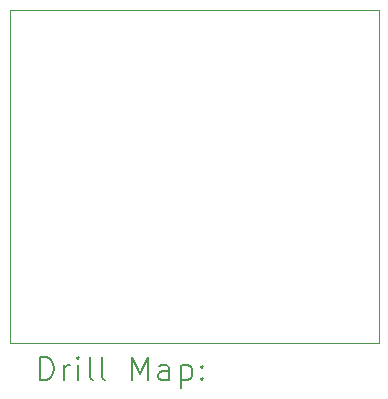
<source format=gbr>
%TF.GenerationSoftware,KiCad,Pcbnew,8.0.3-8.0.3-0~ubuntu22.04.1*%
%TF.CreationDate,2024-06-23T17:20:52+09:00*%
%TF.ProjectId,PCA9685_ver1,50434139-3638-4355-9f76-6572312e6b69,rev?*%
%TF.SameCoordinates,Original*%
%TF.FileFunction,Drillmap*%
%TF.FilePolarity,Positive*%
%FSLAX45Y45*%
G04 Gerber Fmt 4.5, Leading zero omitted, Abs format (unit mm)*
G04 Created by KiCad (PCBNEW 8.0.3-8.0.3-0~ubuntu22.04.1) date 2024-06-23 17:20:52*
%MOMM*%
%LPD*%
G01*
G04 APERTURE LIST*
%ADD10C,0.050000*%
%ADD11C,0.200000*%
G04 APERTURE END LIST*
D10*
X7580000Y-7958750D02*
X10705000Y-7958750D01*
X10705000Y-10783750D01*
X7580000Y-10783750D01*
X7580000Y-7958750D01*
D11*
X7838277Y-11097734D02*
X7838277Y-10897734D01*
X7838277Y-10897734D02*
X7885896Y-10897734D01*
X7885896Y-10897734D02*
X7914467Y-10907258D01*
X7914467Y-10907258D02*
X7933515Y-10926305D01*
X7933515Y-10926305D02*
X7943039Y-10945353D01*
X7943039Y-10945353D02*
X7952562Y-10983448D01*
X7952562Y-10983448D02*
X7952562Y-11012020D01*
X7952562Y-11012020D02*
X7943039Y-11050115D01*
X7943039Y-11050115D02*
X7933515Y-11069162D01*
X7933515Y-11069162D02*
X7914467Y-11088210D01*
X7914467Y-11088210D02*
X7885896Y-11097734D01*
X7885896Y-11097734D02*
X7838277Y-11097734D01*
X8038277Y-11097734D02*
X8038277Y-10964400D01*
X8038277Y-11002496D02*
X8047801Y-10983448D01*
X8047801Y-10983448D02*
X8057324Y-10973924D01*
X8057324Y-10973924D02*
X8076372Y-10964400D01*
X8076372Y-10964400D02*
X8095420Y-10964400D01*
X8162086Y-11097734D02*
X8162086Y-10964400D01*
X8162086Y-10897734D02*
X8152562Y-10907258D01*
X8152562Y-10907258D02*
X8162086Y-10916781D01*
X8162086Y-10916781D02*
X8171610Y-10907258D01*
X8171610Y-10907258D02*
X8162086Y-10897734D01*
X8162086Y-10897734D02*
X8162086Y-10916781D01*
X8285896Y-11097734D02*
X8266848Y-11088210D01*
X8266848Y-11088210D02*
X8257324Y-11069162D01*
X8257324Y-11069162D02*
X8257324Y-10897734D01*
X8390658Y-11097734D02*
X8371610Y-11088210D01*
X8371610Y-11088210D02*
X8362086Y-11069162D01*
X8362086Y-11069162D02*
X8362086Y-10897734D01*
X8619229Y-11097734D02*
X8619229Y-10897734D01*
X8619229Y-10897734D02*
X8685896Y-11040591D01*
X8685896Y-11040591D02*
X8752563Y-10897734D01*
X8752563Y-10897734D02*
X8752563Y-11097734D01*
X8933515Y-11097734D02*
X8933515Y-10992972D01*
X8933515Y-10992972D02*
X8923991Y-10973924D01*
X8923991Y-10973924D02*
X8904944Y-10964400D01*
X8904944Y-10964400D02*
X8866848Y-10964400D01*
X8866848Y-10964400D02*
X8847801Y-10973924D01*
X8933515Y-11088210D02*
X8914467Y-11097734D01*
X8914467Y-11097734D02*
X8866848Y-11097734D01*
X8866848Y-11097734D02*
X8847801Y-11088210D01*
X8847801Y-11088210D02*
X8838277Y-11069162D01*
X8838277Y-11069162D02*
X8838277Y-11050115D01*
X8838277Y-11050115D02*
X8847801Y-11031067D01*
X8847801Y-11031067D02*
X8866848Y-11021543D01*
X8866848Y-11021543D02*
X8914467Y-11021543D01*
X8914467Y-11021543D02*
X8933515Y-11012020D01*
X9028753Y-10964400D02*
X9028753Y-11164400D01*
X9028753Y-10973924D02*
X9047801Y-10964400D01*
X9047801Y-10964400D02*
X9085896Y-10964400D01*
X9085896Y-10964400D02*
X9104944Y-10973924D01*
X9104944Y-10973924D02*
X9114467Y-10983448D01*
X9114467Y-10983448D02*
X9123991Y-11002496D01*
X9123991Y-11002496D02*
X9123991Y-11059639D01*
X9123991Y-11059639D02*
X9114467Y-11078686D01*
X9114467Y-11078686D02*
X9104944Y-11088210D01*
X9104944Y-11088210D02*
X9085896Y-11097734D01*
X9085896Y-11097734D02*
X9047801Y-11097734D01*
X9047801Y-11097734D02*
X9028753Y-11088210D01*
X9209705Y-11078686D02*
X9219229Y-11088210D01*
X9219229Y-11088210D02*
X9209705Y-11097734D01*
X9209705Y-11097734D02*
X9200182Y-11088210D01*
X9200182Y-11088210D02*
X9209705Y-11078686D01*
X9209705Y-11078686D02*
X9209705Y-11097734D01*
X9209705Y-10973924D02*
X9219229Y-10983448D01*
X9219229Y-10983448D02*
X9209705Y-10992972D01*
X9209705Y-10992972D02*
X9200182Y-10983448D01*
X9200182Y-10983448D02*
X9209705Y-10973924D01*
X9209705Y-10973924D02*
X9209705Y-10992972D01*
M02*

</source>
